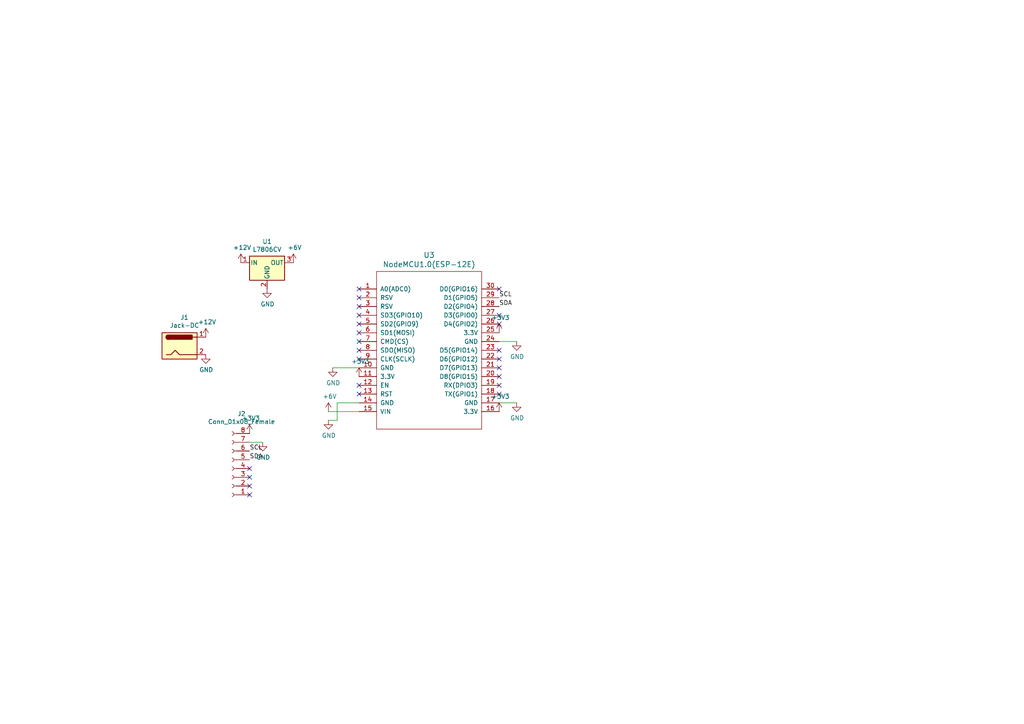
<source format=kicad_sch>
(kicad_sch (version 20201015) (generator eeschema)
  (paper "A4")
  (lib_symbols
    (symbol "Connector:Conn_01x08_Female" (pin_names (offset 1.016) hide)
      (property "Reference" "J" (at 0 10.16 0))
      (property "Value" "Conn_01x08_Female" (at 0 -12.7 0))
      (symbol "Conn_01x08_Female_1_1"
        (arc (start 0 -9.652) (end 0 -10.668) (radius (at 0 -10.16) (length 0.508) (angles 90.1 -90.1)) (stroke (width 0.1524)))
        (arc (start 0 -7.112) (end 0 -8.128) (radius (at 0 -7.62) (length 0.508) (angles 90.1 -90.1)) (stroke (width 0.1524)))
        (arc (start 0 -4.572) (end 0 -5.588) (radius (at 0 -5.08) (length 0.508) (angles 90.1 -90.1)) (stroke (width 0.1524)))
        (arc (start 0 -2.032) (end 0 -3.048) (radius (at 0 -2.54) (length 0.508) (angles 90.1 -90.1)) (stroke (width 0.1524)))
        (arc (start 0 0.508) (end 0 -0.508) (radius (at 0 0) (length 0.508) (angles 90.1 -90.1)) (stroke (width 0.1524)))
        (arc (start 0 3.048) (end 0 2.032) (radius (at 0 2.54) (length 0.508) (angles 90.1 -90.1)) (stroke (width 0.1524)))
        (arc (start 0 5.588) (end 0 4.572) (radius (at 0 5.08) (length 0.508) (angles 90.1 -90.1)) (stroke (width 0.1524)))
        (arc (start 0 8.128) (end 0 7.112) (radius (at 0 7.62) (length 0.508) (angles 90.1 -90.1)) (stroke (width 0.1524)))
        (polyline (pts (xy -1.27 -10.16) (xy -0.508 -10.16)) (stroke (width 0.1524)))
        (polyline (pts (xy -1.27 -7.62) (xy -0.508 -7.62)) (stroke (width 0.1524)))
        (polyline (pts (xy -1.27 -5.08) (xy -0.508 -5.08)) (stroke (width 0.1524)))
        (polyline (pts (xy -1.27 -2.54) (xy -0.508 -2.54)) (stroke (width 0.1524)))
        (polyline (pts (xy -1.27 0) (xy -0.508 0)) (stroke (width 0.1524)))
        (polyline (pts (xy -1.27 2.54) (xy -0.508 2.54)) (stroke (width 0.1524)))
        (polyline (pts (xy -1.27 5.08) (xy -0.508 5.08)) (stroke (width 0.1524)))
        (polyline (pts (xy -1.27 7.62) (xy -0.508 7.62)) (stroke (width 0.1524)))
        (pin passive line (at -5.08 7.62 0) (length 3.81) (name "Pin_1") (number "1"))
        (pin passive line (at -5.08 5.08 0) (length 3.81) (name "Pin_2") (number "2"))
        (pin passive line (at -5.08 2.54 0) (length 3.81) (name "Pin_3") (number "3"))
        (pin passive line (at -5.08 0 0) (length 3.81) (name "Pin_4") (number "4"))
        (pin passive line (at -5.08 -2.54 0) (length 3.81) (name "Pin_5") (number "5"))
        (pin passive line (at -5.08 -5.08 0) (length 3.81) (name "Pin_6") (number "6"))
        (pin passive line (at -5.08 -7.62 0) (length 3.81) (name "Pin_7") (number "7"))
        (pin passive line (at -5.08 -10.16 0) (length 3.81) (name "Pin_8") (number "8"))
      )
    )
    (symbol "Connector:Jack-DC" (pin_names (offset 1.016))
      (property "Reference" "J" (at 0 5.334 0))
      (property "Value" "Jack-DC" (at 0 -5.08 0))
      (symbol "Jack-DC_0_1"
        (arc (start -3.302 3.175) (end -3.302 1.905) (radius (at -3.302 2.54) (length 0.635) (angles 90.1 -90.1)) (stroke (width 0.254)) (fill (type outline)))
        (arc (start -3.302 3.175) (end -3.302 1.905) (radius (at -3.302 2.54) (length 0.635) (angles 90.1 -90.1)) (stroke (width 0.254)))
        (rectangle (start -5.08 3.81) (end 5.08 -3.81) (stroke (width 0.254)) (fill (type background)))
        (rectangle (start 3.683 3.175) (end -3.302 1.905) (stroke (width 0.254)) (fill (type outline)))
        (polyline (pts (xy 5.08 2.54) (xy 3.81 2.54)) (stroke (width 0.254)))
        (polyline (pts (xy -3.81 -2.54) (xy -2.54 -2.54) (xy -1.27 -1.27) (xy 0 -2.54) (xy 2.54 -2.54) (xy 5.08 -2.54)) (stroke (width 0.254)))
      )
      (symbol "Jack-DC_1_1"
        (pin passive line (at 7.62 2.54 180) (length 2.54) (name "~") (number "1"))
        (pin passive line (at 7.62 -2.54 180) (length 2.54) (name "~") (number "2"))
      )
    )
    (symbol "Gesture-Control-PCB-rescue:NodeMCU1.0(ESP-12E)-ESP8266" (pin_names (offset 1.016))
      (property "Reference" "U" (at 0 21.59 0))
      (property "Value" "NodeMCU1.0(ESP-12E)-ESP8266" (at 0 -21.59 0))
      (symbol "NodeMCU1.0(ESP-12E)-ESP8266_0_1"
        (rectangle (start -15.24 -22.86) (end 15.24 22.86))
      )
      (symbol "NodeMCU1.0(ESP-12E)-ESP8266_1_1"
        (pin input line (at -20.32 17.78 0) (length 5.08) (name "A0(ADC0)") (number "1"))
        (pin input line (at -20.32 -5.08 0) (length 5.08) (name "GND") (number "10"))
        (pin input line (at -20.32 -7.62 0) (length 5.08) (name "3.3V") (number "11"))
        (pin input line (at -20.32 -10.16 0) (length 5.08) (name "EN") (number "12"))
        (pin input line (at -20.32 -12.7 0) (length 5.08) (name "RST") (number "13"))
        (pin input line (at -20.32 -15.24 0) (length 5.08) (name "GND") (number "14"))
        (pin input line (at -20.32 -17.78 0) (length 5.08) (name "VIN") (number "15"))
        (pin input line (at 20.32 -17.78 180) (length 5.08) (name "3.3V") (number "16"))
        (pin input line (at 20.32 -15.24 180) (length 5.08) (name "GND") (number "17"))
        (pin input line (at 20.32 -12.7 180) (length 5.08) (name "TX(GPIO1)") (number "18"))
        (pin input line (at 20.32 -10.16 180) (length 5.08) (name "RX(DPIO3)") (number "19"))
        (pin input line (at -20.32 15.24 0) (length 5.08) (name "RSV") (number "2"))
        (pin input line (at 20.32 -7.62 180) (length 5.08) (name "D8(GPIO15)") (number "20"))
        (pin input line (at 20.32 -5.08 180) (length 5.08) (name "D7(GPIO13)") (number "21"))
        (pin input line (at 20.32 -2.54 180) (length 5.08) (name "D6(GPIO12)") (number "22"))
        (pin input line (at 20.32 0 180) (length 5.08) (name "D5(GPIO14)") (number "23"))
        (pin input line (at 20.32 2.54 180) (length 5.08) (name "GND") (number "24"))
        (pin input line (at 20.32 5.08 180) (length 5.08) (name "3.3V") (number "25"))
        (pin input line (at 20.32 7.62 180) (length 5.08) (name "D4(GPIO2)") (number "26"))
        (pin input line (at 20.32 10.16 180) (length 5.08) (name "D3(GPIO0)") (number "27"))
        (pin input line (at 20.32 12.7 180) (length 5.08) (name "D2(GPIO4)") (number "28"))
        (pin input line (at 20.32 15.24 180) (length 5.08) (name "D1(GPIO5)") (number "29"))
        (pin input line (at -20.32 12.7 0) (length 5.08) (name "RSV") (number "3"))
        (pin input line (at 20.32 17.78 180) (length 5.08) (name "D0(GPIO16)") (number "30"))
        (pin input line (at -20.32 10.16 0) (length 5.08) (name "SD3(GPIO10)") (number "4"))
        (pin input line (at -20.32 7.62 0) (length 5.08) (name "SD2(GPIO9)") (number "5"))
        (pin input line (at -20.32 5.08 0) (length 5.08) (name "SD1(MOSI)") (number "6"))
        (pin input line (at -20.32 2.54 0) (length 5.08) (name "CMD(CS)") (number "7"))
        (pin input line (at -20.32 0 0) (length 5.08) (name "SDO(MISO)") (number "8"))
        (pin input line (at -20.32 -2.54 0) (length 5.08) (name "CLK(SCLK)") (number "9"))
      )
    )
    (symbol "Regulator_Linear:L7805" (pin_names (offset 0.254))
      (property "Reference" "U" (at -3.81 3.175 0))
      (property "Value" "L7805" (at 0 3.175 0))
      (symbol "L7805_0_1"
        (rectangle (start -5.08 1.905) (end 5.08 -5.08) (stroke (width 0.254)) (fill (type background)))
      )
      (symbol "L7805_1_1"
        (pin power_in line (at -7.62 0 0) (length 2.54) (name "IN") (number "1"))
        (pin power_in line (at 0 -7.62 90) (length 2.54) (name "GND") (number "2"))
        (pin power_out line (at 7.62 0 180) (length 2.54) (name "OUT") (number "3"))
      )
    )
    (symbol "power:+12V" (power) (pin_names (offset 0))
      (property "Value" "+12V" (at 0 3.556 0))
      (symbol "+12V_0_1"
        (polyline (pts (xy -0.762 1.27) (xy 0 2.54)))
        (polyline (pts (xy 0 0) (xy 0 2.54)))
        (polyline (pts (xy 0 2.54) (xy 0.762 1.27)))
      )
      (symbol "+12V_1_1"
        (pin power_in line (at 0 0 90) (length 0) hide (name "+12V") (number "1"))
      )
    )
    (symbol "power:+3V3" (power) (pin_names (offset 0))
      (property "Value" "+3V3" (at 0 3.556 0))
      (symbol "+3V3_0_1"
        (polyline (pts (xy -0.762 1.27) (xy 0 2.54)))
        (polyline (pts (xy 0 0) (xy 0 2.54)))
        (polyline (pts (xy 0 2.54) (xy 0.762 1.27)))
      )
      (symbol "+3V3_1_1"
        (pin power_in line (at 0 0 90) (length 0) hide (name "+3V3") (number "1"))
      )
    )
    (symbol "power:+6V" (power) (pin_names (offset 0))
      (property "Value" "+6V" (at 0 3.556 0))
      (symbol "+6V_0_1"
        (polyline (pts (xy -0.762 1.27) (xy 0 2.54)))
        (polyline (pts (xy 0 0) (xy 0 2.54)))
        (polyline (pts (xy 0 2.54) (xy 0.762 1.27)))
      )
      (symbol "+6V_1_1"
        (pin power_in line (at 0 0 90) (length 0) hide (name "+6V") (number "1"))
      )
    )
    (symbol "power:GND" (power) (pin_names (offset 0))
      (property "Value" "GND" (at 0 -3.81 0))
      (symbol "GND_0_1"
        (polyline (pts (xy 0 0) (xy 0 -1.27) (xy 1.27 -1.27) (xy 0 -2.54) (xy -1.27 -1.27) (xy 0 -1.27)))
      )
      (symbol "GND_1_1"
        (pin power_in line (at 0 0 270) (length 0) hide (name "GND") (number "1"))
      )
    )
  )
  (no_connect (at 144.78 109.22))
  (no_connect (at 144.78 83.82))
  (no_connect (at 144.78 111.76))
  (no_connect (at 104.14 104.14))
  (no_connect (at 104.14 86.36))
  (no_connect (at 104.14 101.6))
  (no_connect (at 72.39 135.89))
  (no_connect (at 72.39 140.97))
  (no_connect (at 104.14 96.52))
  (no_connect (at 144.78 93.98))
  (no_connect (at 104.14 88.9))
  (no_connect (at 144.78 91.44))
  (no_connect (at 144.78 101.6))
  (no_connect (at 72.39 143.51))
  (no_connect (at 104.14 114.3))
  (no_connect (at 144.78 106.68))
  (no_connect (at 104.14 83.82))
  (no_connect (at 104.14 111.76))
  (no_connect (at 104.14 99.06))
  (no_connect (at 144.78 114.3))
  (no_connect (at 104.14 91.44))
  (no_connect (at 104.14 93.98))
  (no_connect (at 144.78 104.14))
  (no_connect (at 72.39 138.43))
  (wire (pts (xy 72.39 128.27) (xy 76.2 128.27)))
  (wire (pts (xy 95.25 119.38) (xy 104.14 119.38)))
  (wire (pts (xy 95.25 121.92) (xy 97.79 121.92)))
  (wire (pts (xy 96.52 106.68) (xy 104.14 106.68)))
  (wire (pts (xy 97.79 116.84) (xy 104.14 116.84)))
  (wire (pts (xy 97.79 121.92) (xy 97.79 116.84)))
  (wire (pts (xy 144.78 99.06) (xy 149.86 99.06)))
  (wire (pts (xy 144.78 116.84) (xy 149.86 116.84)))
  (label "SCL" (at 72.39 130.81 0))
  (label "SDA" (at 72.39 133.35 0))
  (label "SCL" (at 144.78 86.36 0))
  (label "SDA" (at 144.78 88.9 0))
  (symbol (lib_id "power:+12V") (at 59.69 97.79 0) (unit 1)
    (property "Reference" "#PWR01" (effects hide))
    (property "Value" "+12V" (at 60.071 93.3958 0))
  )
  (symbol (lib_id "power:+12V") (at 69.85 76.2 0) (unit 1)
    (property "Reference" "#PWR03" (effects hide))
    (property "Value" "+12V" (at 70.231 71.8058 0))
  )
  (symbol (lib_id "power:+3V3") (at 72.39 125.73 0) (unit 1)
    (property "Reference" "#PWR05" (effects hide))
    (property "Value" "+3V3" (at 72.771 121.3358 0))
  )
  (symbol (lib_id "power:+6V") (at 85.09 76.2 0) (unit 1)
    (property "Reference" "#PWR09" (effects hide))
    (property "Value" "+6V" (at 85.471 71.8058 0))
  )
  (symbol (lib_id "power:+6V") (at 95.25 119.38 0) (unit 1)
    (property "Reference" "#PWR011" (effects hide))
    (property "Value" "+6V" (at 95.631 114.9858 0))
  )
  (symbol (lib_id "power:+3V3") (at 104.14 109.22 0) (unit 1)
    (property "Reference" "#PWR04" (effects hide))
    (property "Value" "+3V3" (at 104.521 104.8258 0))
  )
  (symbol (lib_id "power:+3V3") (at 144.78 96.52 0) (unit 1)
    (property "Reference" "#PWR08" (effects hide))
    (property "Value" "+3V3" (at 145.161 92.1258 0))
  )
  (symbol (lib_id "power:+3V3") (at 144.78 119.38 0) (unit 1)
    (property "Reference" "#PWR010" (effects hide))
    (property "Value" "+3V3" (at 145.161 114.9858 0))
  )
  (symbol (lib_id "power:GND") (at 59.69 102.87 0) (unit 1)
    (property "Reference" "#PWR02" (effects hide))
    (property "Value" "GND" (at 59.817 107.2642 0))
  )
  (symbol (lib_id "power:GND") (at 76.2 128.27 0) (unit 1)
    (property "Reference" "#PWR06" (effects hide))
    (property "Value" "GND" (at 76.327 132.6642 0))
  )
  (symbol (lib_id "power:GND") (at 77.47 83.82 0) (unit 1)
    (property "Reference" "#PWR07" (effects hide))
    (property "Value" "GND" (at 77.597 88.2142 0))
  )
  (symbol (lib_id "power:GND") (at 95.25 121.92 0) (unit 1)
    (property "Reference" "#PWR012" (effects hide))
    (property "Value" "GND" (at 95.377 126.3142 0))
  )
  (symbol (lib_id "power:GND") (at 96.52 106.68 0) (unit 1)
    (property "Reference" "#PWR013" (effects hide))
    (property "Value" "GND" (at 96.647 111.0742 0))
  )
  (symbol (lib_id "power:GND") (at 149.86 99.06 0) (unit 1)
    (property "Reference" "#PWR014" (effects hide))
    (property "Value" "GND" (at 149.987 103.4542 0))
  )
  (symbol (lib_id "power:GND") (at 149.86 116.84 0) (unit 1)
    (property "Reference" "#PWR015" (effects hide))
    (property "Value" "GND" (at 149.987 121.2342 0))
  )
  (symbol (lib_id "Connector:Jack-DC") (at 52.07 100.33 0) (unit 1)
    (property "Reference" "J1" (at 53.5178 92.075 0))
    (property "Value" "Jack-DC" (at 53.5178 94.3864 0))
    (property "Footprint" "Connector_BarrelJack:BarrelJack_Horizontal" (effects hide))
  )
  (symbol (lib_id "Connector:Conn_01x08_Female") (at 67.31 135.89 180) (unit 1)
    (property "Reference" "J2" (at 70.0532 120.015 0))
    (property "Value" "Conn_01x08_Female" (at 70.0532 122.3264 0))
    (property "Footprint" "Connector_PinSocket_2.54mm:PinSocket_1x08_P2.54mm_Vertical" (effects hide))
  )
  (symbol (lib_id "Regulator_Linear:L7805") (at 77.47 76.2 0) (unit 1)
    (property "Reference" "U1" (at 77.47 70.0532 0))
    (property "Value" "L7806CV" (at 77.47 72.3646 0))
    (property "Footprint" "Package_TO_SOT_THT:TO-220-3_Horizontal_TabDown" (effects hide))
    (property "Datasheet" "http://www.st.com/content/ccc/resource/technical/document/datasheet/41/4f/b3/b0/12/d4/47/88/CD00000444.pdf/files/CD00000444.pdf/jcr:content/translations/en.CD00000444.pdf" (effects hide))
  )
  (symbol (lib_id "Gesture-Control-PCB-rescue:NodeMCU1.0(ESP-12E)-ESP8266") (at 124.46 101.6 0) (unit 1)
    (property "Reference" "U3" (at 124.46 73.9902 0) (effects (font (size 1.524 1.524))))
    (property "Value" "NodeMCU1.0(ESP-12E)" (at 124.46 76.6826 0) (effects (font (size 1.524 1.524))))
    (property "Footprint" "ESP8266:NodeMCU1.0(12-E)" (effects hide))
  )
)
</source>
